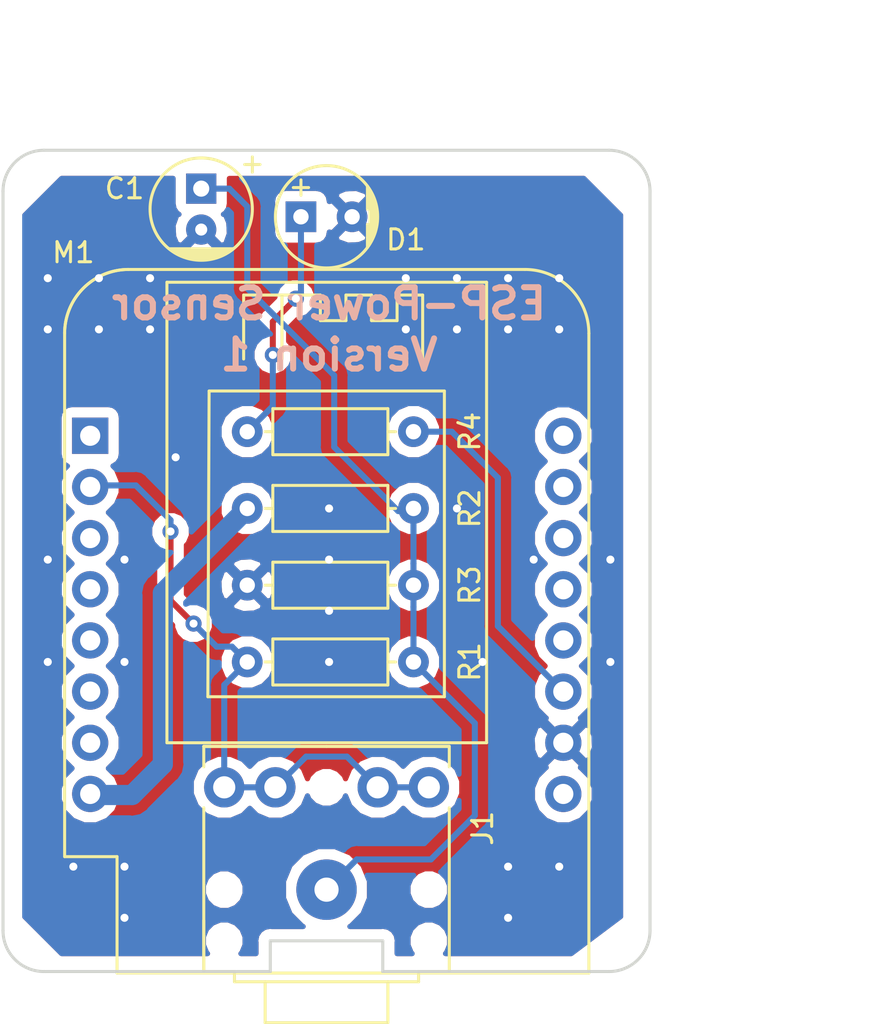
<source format=kicad_pcb>
(kicad_pcb (version 20171130) (host pcbnew 5.0.0-fee4fd1~65~ubuntu17.10.1)

  (general
    (thickness 1.6)
    (drawings 16)
    (tracks 85)
    (zones 0)
    (modules 8)
    (nets 7)
  )

  (page A4)
  (layers
    (0 F.Cu signal)
    (31 B.Cu signal)
    (32 B.Adhes user)
    (33 F.Adhes user)
    (34 B.Paste user)
    (35 F.Paste user)
    (36 B.SilkS user)
    (37 F.SilkS user)
    (38 B.Mask user)
    (39 F.Mask user)
    (40 Dwgs.User user)
    (41 Cmts.User user)
    (42 Eco1.User user)
    (43 Eco2.User user)
    (44 Edge.Cuts user)
    (45 Margin user)
    (46 B.CrtYd user)
    (47 F.CrtYd user)
    (48 B.Fab user)
    (49 F.Fab user)
  )

  (setup
    (last_trace_width 0.3)
    (trace_clearance 0.2)
    (zone_clearance 0.508)
    (zone_45_only no)
    (trace_min 0.2)
    (segment_width 0.2)
    (edge_width 0.15)
    (via_size 0.8)
    (via_drill 0.4)
    (via_min_size 0.4)
    (via_min_drill 0.3)
    (uvia_size 0.3)
    (uvia_drill 0.1)
    (uvias_allowed no)
    (uvia_min_size 0.2)
    (uvia_min_drill 0.1)
    (pcb_text_width 0.3)
    (pcb_text_size 1.5 1.5)
    (mod_edge_width 0.15)
    (mod_text_size 1 1)
    (mod_text_width 0.15)
    (pad_size 1.524 1.524)
    (pad_drill 0.762)
    (pad_to_mask_clearance 0.2)
    (aux_axis_origin 0 0)
    (visible_elements FFFFFF7F)
    (pcbplotparams
      (layerselection 0x010fc_ffffffff)
      (usegerberextensions false)
      (usegerberattributes false)
      (usegerberadvancedattributes false)
      (creategerberjobfile false)
      (excludeedgelayer true)
      (linewidth 0.100000)
      (plotframeref false)
      (viasonmask false)
      (mode 1)
      (useauxorigin false)
      (hpglpennumber 1)
      (hpglpenspeed 20)
      (hpglpendiameter 15.000000)
      (psnegative false)
      (psa4output false)
      (plotreference true)
      (plotvalue true)
      (plotinvisibletext false)
      (padsonsilk false)
      (subtractmaskfromsilk false)
      (outputformat 1)
      (mirror false)
      (drillshape 0)
      (scaleselection 1)
      (outputdirectory "../../Gerber/"))
  )

  (net 0 "")
  (net 1 "Net-(C1-Pad1)")
  (net 2 GND)
  (net 3 "Net-(D1-Pad1)")
  (net 4 "Net-(J1-Pad2)")
  (net 5 "Net-(M1-Pad11)")
  (net 6 +3V3)

  (net_class Default "This is the default net class."
    (clearance 0.2)
    (trace_width 0.3)
    (via_dia 0.8)
    (via_drill 0.4)
    (uvia_dia 0.3)
    (uvia_drill 0.1)
    (add_net "Net-(C1-Pad1)")
    (add_net "Net-(D1-Pad1)")
    (add_net "Net-(J1-Pad2)")
    (add_net "Net-(M1-Pad11)")
  )

  (net_class Power ""
    (clearance 0.2)
    (trace_width 1)
    (via_dia 1.2)
    (via_drill 0.4)
    (uvia_dia 0.3)
    (uvia_drill 0.1)
    (add_net +3V3)
    (add_net GND)
  )

  (module DRM_Parts_General:Cap_5mm_THT (layer F.Cu) (tedit 5BB749FF) (tstamp 5BB8C2E7)
    (at 129.54 73.025)
    (path /5BB72C86)
    (fp_text reference C1 (at -3.81 0) (layer F.SilkS)
      (effects (font (size 1 1) (thickness 0.15)))
    )
    (fp_text value "10uF 10V" (at -0.8255 -5.588) (layer F.Fab) hide
      (effects (font (size 1 1) (thickness 0.15)))
    )
    (fp_circle (center 0 1.016) (end 0 -1.524) (layer F.SilkS) (width 0.15))
    (fp_line (start -1.5875 2.9845) (end 1.5875 2.9845) (layer F.SilkS) (width 0.15))
    (fp_line (start 1.5875 2.9845) (end 1.397 3.1115) (layer F.SilkS) (width 0.15))
    (fp_line (start 1.397 3.1115) (end -1.397 3.1115) (layer F.SilkS) (width 0.15))
    (fp_line (start -1.397 3.1115) (end -1.2065 3.2385) (layer F.SilkS) (width 0.15))
    (fp_line (start -1.2065 3.2385) (end 1.143 3.2385) (layer F.SilkS) (width 0.15))
    (fp_line (start 1.143 3.2385) (end 0.889 3.3655) (layer F.SilkS) (width 0.15))
    (fp_line (start 0.889 3.3655) (end -0.889 3.3655) (layer F.SilkS) (width 0.15))
    (fp_line (start -0.889 3.3655) (end -0.635 3.429) (layer F.SilkS) (width 0.15))
    (fp_line (start -0.635 3.429) (end 0.4445 3.429) (layer F.SilkS) (width 0.15))
    (fp_text user + (at 2.54 -1.27) (layer F.SilkS)
      (effects (font (size 1 1) (thickness 0.15)))
    )
    (pad 1 thru_hole rect (at 0 0) (size 1.5 1.5) (drill 0.8) (layers *.Cu *.Mask)
      (net 1 "Net-(C1-Pad1)"))
    (pad 2 thru_hole circle (at 0 2.032) (size 1.5 1.5) (drill 0.6) (layers *.Cu *.Mask)
      (net 2 GND))
  )

  (module "DRM_LED_Display:LED 5mm" (layer F.Cu) (tedit 5B71696A) (tstamp 5BB8C2F4)
    (at 134.493 74.422)
    (path /5BB7372C)
    (fp_text reference D1 (at 5.207 1.143) (layer F.SilkS)
      (effects (font (size 1 1) (thickness 0.15)))
    )
    (fp_text value LED (at 4.572 -10.541) (layer F.Fab) hide
      (effects (font (size 1 1) (thickness 0.15)))
    )
    (fp_circle (center 1.27 0) (end 1.27 2.54) (layer F.SilkS) (width 0.15))
    (fp_line (start 3.302 -1.524) (end 3.302 -0.381) (layer F.SilkS) (width 0.15))
    (fp_line (start 3.302 0.381) (end 3.302 1.524) (layer F.SilkS) (width 0.15))
    (fp_line (start 3.429 -1.27) (end 3.429 1.27) (layer F.SilkS) (width 0.15))
    (fp_line (start 3.556 -1.016) (end 3.556 1.016) (layer F.SilkS) (width 0.15))
    (fp_line (start 3.683 -0.762) (end 3.683 0.762) (layer F.SilkS) (width 0.15))
    (fp_text user + (at 0 -1.524) (layer F.SilkS)
      (effects (font (size 1 1) (thickness 0.15)))
    )
    (pad 1 thru_hole rect (at 0 0) (size 1.524 1.524) (drill 0.762) (layers *.Cu *.Mask)
      (net 3 "Net-(D1-Pad1)"))
    (pad 2 thru_hole circle (at 2.54 0) (size 1.524 1.524) (drill 0.762) (layers *.Cu *.Mask)
      (net 2 GND))
  )

  (module DRM_Connectors:Jack_3.5_PJ-307 (layer F.Cu) (tedit 5BB73340) (tstamp 5BB8C6A5)
    (at 135.763 102.743 90)
    (path /5BB74853)
    (fp_text reference J1 (at -2.032 7.747 90) (layer F.SilkS)
      (effects (font (size 1 1) (thickness 0.15)))
    )
    (fp_text value "3.5mm Jack Socket - PJ-307" (at -4.572 -9.652 90) (layer F.Fab) hide
      (effects (font (size 1 1) (thickness 0.15)))
    )
    (fp_line (start 2.032 0) (end 2.032 -6.096) (layer F.SilkS) (width 0.15))
    (fp_line (start -6.604 -6.096) (end -9.144 -6.096) (layer F.SilkS) (width 0.15))
    (fp_line (start -9.144 -6.096) (end -9.144 -5.588) (layer F.SilkS) (width 0.15))
    (fp_line (start 2.032 0) (end 2.032 6.096) (layer F.SilkS) (width 0.15))
    (fp_line (start -9.144 6.096) (end -9.144 5.588) (layer F.SilkS) (width 0.15))
    (fp_line (start -9.144 -4.572) (end -9.652 -4.572) (layer F.SilkS) (width 0.15))
    (fp_line (start -9.144 -4.572) (end -9.144 -6.096) (layer F.SilkS) (width 0.15))
    (fp_line (start -9.144 -6.096) (end -1.016 -6.096) (layer F.SilkS) (width 0.15))
    (fp_line (start 1.016 -6.096) (end 2.032 -6.096) (layer F.SilkS) (width 0.15))
    (fp_line (start 2.032 -6.096) (end 2.032 6.096) (layer F.SilkS) (width 0.15))
    (fp_line (start 2.032 6.096) (end 1.016 6.096) (layer F.SilkS) (width 0.15))
    (fp_line (start -9.652 4.572) (end -9.144 4.572) (layer F.SilkS) (width 0.15))
    (fp_line (start -9.144 4.572) (end -9.144 6.096) (layer F.SilkS) (width 0.15))
    (fp_line (start -9.144 6.096) (end -1.016 6.096) (layer F.SilkS) (width 0.15))
    (fp_line (start -9.652 -4.572) (end -9.652 -3.048) (layer F.SilkS) (width 0.15))
    (fp_line (start -9.652 4.572) (end -9.652 3.048) (layer F.SilkS) (width 0.15))
    (fp_line (start -9.652 -3.048) (end -11.684 -3.048) (layer F.SilkS) (width 0.15))
    (fp_line (start -11.684 -3.048) (end -11.684 3.048) (layer F.SilkS) (width 0.15))
    (fp_line (start -11.684 3.048) (end -9.652 3.048) (layer F.SilkS) (width 0.15))
    (fp_line (start -9.652 3.048) (end -9.652 -3.048) (layer F.SilkS) (width 0.15))
    (pad "" np_thru_hole circle (at 0 0 90) (size 0.8 0.8) (drill 0.8) (layers *.Cu *.Mask))
    (pad "" np_thru_hole circle (at -5.08 -5.08 90) (size 0.8 0.8) (drill 0.8) (layers *.Cu *.Mask))
    (pad "" np_thru_hole circle (at -7.62 -5.08 90) (size 0.8 0.8) (drill 0.8) (layers *.Cu *.Mask))
    (pad "" np_thru_hole circle (at -5.08 5.08 90) (size 0.8 0.8) (drill 0.8) (layers *.Cu *.Mask))
    (pad "" np_thru_hole circle (at -7.62 5.08 90) (size 0.8 0.8) (drill 0.8) (layers *.Cu *.Mask))
    (pad 3 thru_hole circle (at 0 -2.54 90) (size 2 2) (drill 1.1) (layers *.Cu *.Mask)
      (net 4 "Net-(J1-Pad2)"))
    (pad 2 thru_hole circle (at 0 -5.08 90) (size 2 2) (drill 1.1) (layers *.Cu *.Mask)
      (net 4 "Net-(J1-Pad2)"))
    (pad 4 thru_hole circle (at 0 2.54 90) (size 2 2) (drill 1.1) (layers *.Cu *.Mask)
      (net 4 "Net-(J1-Pad2)"))
    (pad 5 thru_hole circle (at 0 5.08 90) (size 2 2) (drill 1.1) (layers *.Cu *.Mask)
      (net 4 "Net-(J1-Pad2)"))
    (pad 1 thru_hole circle (at -5.08 0 90) (size 3 3) (drill 1.2) (layers *.Cu *.Mask)
      (net 1 "Net-(C1-Pad1)"))
  )

  (module "DRM_ESP8266:Wemos D1 Mini" (layer F.Cu) (tedit 5B19470B) (tstamp 5BB8CCC2)
    (at 124.027001 85.292001)
    (path /5BB72746)
    (fp_text reference M1 (at -0.837001 -9.092001) (layer F.SilkS)
      (effects (font (size 1 1) (thickness 0.15)))
    )
    (fp_text value Wemos_D1_Mini (at 13.335 -10.16) (layer F.Fab) hide
      (effects (font (size 1 1) (thickness 0.15)))
    )
    (fp_line (start 24.765 26.67) (end 1.3335 26.67) (layer F.SilkS) (width 0.15))
    (fp_line (start -1.27 20.8915) (end -1.27 -5.08) (layer F.SilkS) (width 0.15))
    (fp_line (start 24.765 26.67) (end 24.765 -5.08) (layer F.SilkS) (width 0.15))
    (fp_line (start 1.905 -8.255) (end 21.59 -8.255) (layer F.SilkS) (width 0.15))
    (fp_arc (start 1.905 -5.08) (end 1.905 -8.255) (angle -90) (layer F.SilkS) (width 0.15))
    (fp_arc (start 1.905 -5.08) (end 1.905 -8.255) (angle -90) (layer F.SilkS) (width 0.15))
    (fp_arc (start 21.59 -5.08) (end 24.765 -5.08) (angle -90) (layer F.SilkS) (width 0.15))
    (fp_line (start -1.27 20.8915) (end 1.3335 20.8915) (layer F.SilkS) (width 0.15))
    (fp_line (start 1.3335 20.8915) (end 1.3335 26.67) (layer F.SilkS) (width 0.15))
    (fp_line (start 5.9055 -2.2225) (end 17.5895 -2.2225) (layer F.SilkS) (width 0.15))
    (fp_line (start 17.5895 -2.2225) (end 17.5895 12.954) (layer F.SilkS) (width 0.15))
    (fp_line (start 17.5895 12.954) (end 5.842 12.954) (layer F.SilkS) (width 0.15))
    (fp_line (start 5.842 12.954) (end 5.9055 -2.2225) (layer F.SilkS) (width 0.15))
    (fp_line (start 3.81 -7.62) (end 3.81 15.24) (layer F.SilkS) (width 0.15))
    (fp_line (start 3.81 15.24) (end 19.685 15.24) (layer F.SilkS) (width 0.15))
    (fp_line (start 19.685 15.24) (end 19.685 -7.62) (layer F.SilkS) (width 0.15))
    (fp_line (start 19.685 -7.62) (end 3.81 -7.62) (layer F.SilkS) (width 0.15))
    (fp_line (start 7.62 -3.81) (end 7.62 -6.985) (layer F.SilkS) (width 0.15))
    (fp_line (start 7.62 -6.985) (end 11.43 -6.985) (layer F.SilkS) (width 0.15))
    (fp_line (start 11.43 -6.985) (end 11.43 -5.715) (layer F.SilkS) (width 0.15))
    (fp_line (start 11.43 -5.715) (end 12.7 -5.715) (layer F.SilkS) (width 0.15))
    (fp_line (start 12.7 -5.715) (end 12.7 -6.985) (layer F.SilkS) (width 0.15))
    (fp_line (start 12.7 -6.985) (end 13.97 -6.985) (layer F.SilkS) (width 0.15))
    (fp_line (start 13.97 -6.985) (end 13.97 -5.715) (layer F.SilkS) (width 0.15))
    (fp_line (start 13.97 -5.715) (end 15.24 -5.715) (layer F.SilkS) (width 0.15))
    (fp_line (start 15.24 -5.715) (end 15.24 -6.985) (layer F.SilkS) (width 0.15))
    (fp_line (start 15.24 -6.985) (end 16.51 -6.985) (layer F.SilkS) (width 0.15))
    (fp_line (start 16.51 -6.985) (end 16.51 -3.81) (layer F.SilkS) (width 0.15))
    (fp_line (start 9.525 -6.985) (end 9.525 -3.81) (layer F.SilkS) (width 0.15))
    (pad 1 thru_hole rect (at 0 0) (size 1.8 1.8) (drill 1) (layers *.Cu *.Mask))
    (pad 2 thru_hole circle (at 0 2.54) (size 1.8 1.8) (drill 1) (layers *.Cu *.Mask)
      (net 4 "Net-(J1-Pad2)"))
    (pad 3 thru_hole circle (at 0 5.08) (size 1.8 1.8) (drill 1) (layers *.Cu *.Mask))
    (pad 4 thru_hole circle (at 0 7.62) (size 1.8 1.8) (drill 1) (layers *.Cu *.Mask))
    (pad 5 thru_hole circle (at 0 10.16) (size 1.8 1.8) (drill 1) (layers *.Cu *.Mask))
    (pad 6 thru_hole circle (at 0 12.7) (size 1.8 1.8) (drill 1) (layers *.Cu *.Mask))
    (pad 7 thru_hole circle (at 0 15.24) (size 1.8 1.8) (drill 1) (layers *.Cu *.Mask))
    (pad 9 thru_hole circle (at 23.495 17.78) (size 1.8 1.8) (drill 1) (layers *.Cu *.Mask))
    (pad 10 thru_hole circle (at 23.495 15.24) (size 1.8 1.8) (drill 1) (layers *.Cu *.Mask)
      (net 2 GND))
    (pad 11 thru_hole circle (at 23.495 12.7) (size 1.8 1.8) (drill 1) (layers *.Cu *.Mask)
      (net 5 "Net-(M1-Pad11)"))
    (pad 12 thru_hole circle (at 23.495 10.16) (size 1.8 1.8) (drill 1) (layers *.Cu *.Mask))
    (pad 13 thru_hole circle (at 23.495 7.62) (size 1.8 1.8) (drill 1) (layers *.Cu *.Mask))
    (pad 14 thru_hole circle (at 23.495 5.08) (size 1.8 1.8) (drill 1) (layers *.Cu *.Mask))
    (pad 8 thru_hole circle (at 0 17.78) (size 1.8 1.8) (drill 1) (layers *.Cu *.Mask)
      (net 6 +3V3))
    (pad 15 thru_hole circle (at 23.495 2.54) (size 1.8 1.8) (drill 1) (layers *.Cu *.Mask))
    (pad 16 thru_hole circle (at 23.495 0) (size 1.8 1.8) (drill 1) (layers *.Cu *.Mask))
  )

  (module DRM_Parts_General:Resistor_THT (layer F.Cu) (tedit 5BB73532) (tstamp 5BB8C353)
    (at 131.826 96.52 90)
    (path /5BB7258A)
    (fp_text reference R1 (at 0 11.049 90) (layer F.SilkS)
      (effects (font (size 1 1) (thickness 0.15)))
    )
    (fp_text value 22R (at -2.54 -5.588 90) (layer F.Fab) hide
      (effects (font (size 1 1) (thickness 0.15)))
    )
    (fp_line (start 1.143 1.27) (end 1.143 6.985) (layer F.SilkS) (width 0.15))
    (fp_line (start 1.143 6.985) (end -1.143 6.985) (layer F.SilkS) (width 0.15))
    (fp_line (start -1.143 6.985) (end -1.143 1.27) (layer F.SilkS) (width 0.15))
    (fp_line (start -1.143 1.27) (end 1.143 1.27) (layer F.SilkS) (width 0.15))
    (fp_line (start 0 1.27) (end 0 0.889) (layer F.SilkS) (width 0.15))
    (fp_line (start 0 7.366) (end 0 6.985) (layer F.SilkS) (width 0.15))
    (pad 1 thru_hole circle (at 0 0 90) (size 1.524 1.524) (drill 0.762) (layers *.Cu *.Mask)
      (net 4 "Net-(J1-Pad2)"))
    (pad 2 thru_hole circle (at 0 8.255 90) (size 1.524 1.524) (drill 0.762) (layers *.Cu *.Mask)
      (net 1 "Net-(C1-Pad1)"))
  )

  (module DRM_Parts_General:Resistor_THT (layer F.Cu) (tedit 5BB73532) (tstamp 5BB8C35F)
    (at 131.826 88.9 90)
    (path /5BB72928)
    (fp_text reference R2 (at 0 11.049 90) (layer F.SilkS)
      (effects (font (size 1 1) (thickness 0.15)))
    )
    (fp_text value 10K (at -2.54 -5.588 90) (layer F.Fab) hide
      (effects (font (size 1 1) (thickness 0.15)))
    )
    (fp_line (start 1.143 1.27) (end 1.143 6.985) (layer F.SilkS) (width 0.15))
    (fp_line (start 1.143 6.985) (end -1.143 6.985) (layer F.SilkS) (width 0.15))
    (fp_line (start -1.143 6.985) (end -1.143 1.27) (layer F.SilkS) (width 0.15))
    (fp_line (start -1.143 1.27) (end 1.143 1.27) (layer F.SilkS) (width 0.15))
    (fp_line (start 0 1.27) (end 0 0.889) (layer F.SilkS) (width 0.15))
    (fp_line (start 0 7.366) (end 0 6.985) (layer F.SilkS) (width 0.15))
    (pad 1 thru_hole circle (at 0 0 90) (size 1.524 1.524) (drill 0.762) (layers *.Cu *.Mask)
      (net 6 +3V3))
    (pad 2 thru_hole circle (at 0 8.255 90) (size 1.524 1.524) (drill 0.762) (layers *.Cu *.Mask)
      (net 1 "Net-(C1-Pad1)"))
  )

  (module DRM_Parts_General:Resistor_THT (layer F.Cu) (tedit 5BB73532) (tstamp 5BB8C36B)
    (at 140.081 92.71 270)
    (path /5BB72888)
    (fp_text reference R3 (at 0 -2.794 270) (layer F.SilkS)
      (effects (font (size 1 1) (thickness 0.15)))
    )
    (fp_text value 10K (at -2.54 -5.588 270) (layer F.Fab) hide
      (effects (font (size 1 1) (thickness 0.15)))
    )
    (fp_line (start 0 7.366) (end 0 6.985) (layer F.SilkS) (width 0.15))
    (fp_line (start 0 1.27) (end 0 0.889) (layer F.SilkS) (width 0.15))
    (fp_line (start -1.143 1.27) (end 1.143 1.27) (layer F.SilkS) (width 0.15))
    (fp_line (start -1.143 6.985) (end -1.143 1.27) (layer F.SilkS) (width 0.15))
    (fp_line (start 1.143 6.985) (end -1.143 6.985) (layer F.SilkS) (width 0.15))
    (fp_line (start 1.143 1.27) (end 1.143 6.985) (layer F.SilkS) (width 0.15))
    (pad 2 thru_hole circle (at 0 8.255 270) (size 1.524 1.524) (drill 0.762) (layers *.Cu *.Mask)
      (net 2 GND))
    (pad 1 thru_hole circle (at 0 0 270) (size 1.524 1.524) (drill 0.762) (layers *.Cu *.Mask)
      (net 1 "Net-(C1-Pad1)"))
  )

  (module DRM_Parts_General:Resistor_THT (layer F.Cu) (tedit 5BB73532) (tstamp 5BB908C4)
    (at 140.081 85.09 270)
    (path /5BB734A4)
    (fp_text reference R4 (at 0 -2.794 270) (layer F.SilkS)
      (effects (font (size 1 1) (thickness 0.15)))
    )
    (fp_text value 1K (at -2.54 -5.588 270) (layer F.Fab) hide
      (effects (font (size 1 1) (thickness 0.15)))
    )
    (fp_line (start 0 7.366) (end 0 6.985) (layer F.SilkS) (width 0.15))
    (fp_line (start 0 1.27) (end 0 0.889) (layer F.SilkS) (width 0.15))
    (fp_line (start -1.143 1.27) (end 1.143 1.27) (layer F.SilkS) (width 0.15))
    (fp_line (start -1.143 6.985) (end -1.143 1.27) (layer F.SilkS) (width 0.15))
    (fp_line (start 1.143 6.985) (end -1.143 6.985) (layer F.SilkS) (width 0.15))
    (fp_line (start 1.143 1.27) (end 1.143 6.985) (layer F.SilkS) (width 0.15))
    (pad 2 thru_hole circle (at 0 8.255 270) (size 1.524 1.524) (drill 0.762) (layers *.Cu *.Mask)
      (net 3 "Net-(D1-Pad1)"))
    (pad 1 thru_hole circle (at 0 0 270) (size 1.524 1.524) (drill 0.762) (layers *.Cu *.Mask)
      (net 5 "Net-(M1-Pad11)"))
  )

  (gr_line (start 138.557 110.363) (end 138.557 111.887) (layer Edge.Cuts) (width 0.15))
  (gr_line (start 132.969 110.363) (end 138.557 110.363) (layer Edge.Cuts) (width 0.15))
  (gr_line (start 132.969 111.887) (end 132.969 110.363) (layer Edge.Cuts) (width 0.15))
  (gr_line (start 132.969 111.887) (end 121.7295 111.887) (layer Edge.Cuts) (width 0.15))
  (dimension 32.131 (width 0.3) (layer Dwgs.User)
    (gr_text 32.1mm (at 135.763 64.7655) (layer Dwgs.User)
      (effects (font (size 1.5 1.5) (thickness 0.3)))
    )
    (feature1 (pts (xy 151.8285 73.152) (xy 151.8285 66.279079)))
    (feature2 (pts (xy 119.6975 73.152) (xy 119.6975 66.279079)))
    (crossbar (pts (xy 119.6975 66.8655) (xy 151.8285 66.8655)))
    (arrow1a (pts (xy 151.8285 66.8655) (xy 150.701996 67.451921)))
    (arrow1b (pts (xy 151.8285 66.8655) (xy 150.701996 66.279079)))
    (arrow2a (pts (xy 119.6975 66.8655) (xy 120.824004 67.451921)))
    (arrow2b (pts (xy 119.6975 66.8655) (xy 120.824004 66.279079)))
  )
  (dimension 40.767 (width 0.3) (layer Dwgs.User)
    (gr_text "40.7 mm" (at 161.9295 91.5035 270) (layer Dwgs.User)
      (effects (font (size 1.5 1.5) (thickness 0.3)))
    )
    (feature1 (pts (xy 149.86 111.887) (xy 160.415921 111.887)))
    (feature2 (pts (xy 149.86 71.12) (xy 160.415921 71.12)))
    (crossbar (pts (xy 159.8295 71.12) (xy 159.8295 111.887)))
    (arrow1a (pts (xy 159.8295 111.887) (xy 159.243079 110.760496)))
    (arrow1b (pts (xy 159.8295 111.887) (xy 160.415921 110.760496)))
    (arrow2a (pts (xy 159.8295 71.12) (xy 159.243079 72.246504)))
    (arrow2b (pts (xy 159.8295 71.12) (xy 160.415921 72.246504)))
  )
  (gr_text "Version 1" (at 135.89 81.28) (layer B.SilkS)
    (effects (font (size 1.5 1.5) (thickness 0.3)) (justify mirror))
  )
  (gr_text "ESP-Power Sensor" (at 135.89 78.74) (layer B.SilkS)
    (effects (font (size 1.5 1.5) (thickness 0.3)) (justify mirror))
  )
  (gr_line (start 149.7965 111.887) (end 138.557 111.887) (layer Edge.Cuts) (width 0.15))
  (gr_line (start 151.8285 73.152) (end 151.8285 109.855) (layer Edge.Cuts) (width 0.15))
  (gr_line (start 121.7295 71.12) (end 149.7965 71.12) (layer Edge.Cuts) (width 0.15))
  (gr_line (start 119.6975 109.855) (end 119.6975 73.152) (layer Edge.Cuts) (width 0.15))
  (gr_arc (start 121.7295 109.855) (end 119.6975 109.855) (angle -90) (layer Edge.Cuts) (width 0.15) (tstamp 5BB8D5BE))
  (gr_arc (start 121.7295 73.152) (end 121.7295 71.12) (angle -90) (layer Edge.Cuts) (width 0.15) (tstamp 5BB8D5BE))
  (gr_arc (start 149.7965 73.152) (end 151.8285 73.152) (angle -90) (layer Edge.Cuts) (width 0.15) (tstamp 5BB8D5BE))
  (gr_arc (start 149.7965 109.855) (end 149.7965 111.887) (angle -90) (layer Edge.Cuts) (width 0.15))

  (segment (start 137.262999 106.323001) (end 140.945999 106.323001) (width 0.3) (layer B.Cu) (net 1))
  (segment (start 135.763 107.823) (end 137.262999 106.323001) (width 0.3) (layer B.Cu) (net 1))
  (segment (start 140.945999 106.323001) (end 143.129 104.14) (width 0.3) (layer B.Cu) (net 1))
  (segment (start 143.129 104.14) (end 143.129 99.568) (width 0.3) (layer B.Cu) (net 1))
  (segment (start 143.129 99.568) (end 140.081 96.52) (width 0.3) (layer B.Cu) (net 1))
  (segment (start 140.081 92.71) (end 140.081 93.78763) (width 0.3) (layer B.Cu) (net 1))
  (segment (start 140.081 93.78763) (end 140.081 96.52) (width 0.3) (layer B.Cu) (net 1))
  (segment (start 140.081 92.71) (end 140.081 91.63237) (width 0.3) (layer B.Cu) (net 1))
  (segment (start 140.081 91.63237) (end 140.081 89.027) (width 0.3) (layer B.Cu) (net 1))
  (segment (start 140.081 89.027) (end 139.319 89.027) (width 0.3) (layer B.Cu) (net 1))
  (segment (start 139.319 89.027) (end 136.144 85.852) (width 0.3) (layer B.Cu) (net 1))
  (segment (start 136.144 85.852) (end 136.144 82.296) (width 0.3) (layer B.Cu) (net 1))
  (segment (start 136.144 82.296) (end 131.826 77.978) (width 0.3) (layer B.Cu) (net 1))
  (segment (start 131.826 77.978) (end 131.826 73.914) (width 0.3) (layer B.Cu) (net 1))
  (segment (start 131.826 73.914) (end 130.937 73.025) (width 0.3) (layer B.Cu) (net 1))
  (segment (start 130.937 73.025) (end 129.54 73.025) (width 0.3) (layer B.Cu) (net 1))
  (via (at 139.7 77.47) (size 0.8) (drill 0.4) (layers F.Cu B.Cu) (net 2))
  (via (at 142.24 77.47) (size 0.8) (drill 0.4) (layers F.Cu B.Cu) (net 2))
  (via (at 144.78 77.47) (size 0.8) (drill 0.4) (layers F.Cu B.Cu) (net 2))
  (via (at 144.78 80.01) (size 0.8) (drill 0.4) (layers F.Cu B.Cu) (net 2))
  (via (at 142.24 80.01) (size 0.8) (drill 0.4) (layers F.Cu B.Cu) (net 2))
  (via (at 139.7 80.01) (size 0.8) (drill 0.4) (layers F.Cu B.Cu) (net 2))
  (via (at 127 77.47) (size 0.8) (drill 0.4) (layers F.Cu B.Cu) (net 2))
  (via (at 124.46 77.47) (size 0.8) (drill 0.4) (layers F.Cu B.Cu) (net 2))
  (via (at 121.92 77.47) (size 0.8) (drill 0.4) (layers F.Cu B.Cu) (net 2))
  (via (at 121.92 80.01) (size 0.8) (drill 0.4) (layers F.Cu B.Cu) (net 2))
  (via (at 124.46 80.01) (size 0.8) (drill 0.4) (layers F.Cu B.Cu) (net 2))
  (via (at 127 80.01) (size 0.8) (drill 0.4) (layers F.Cu B.Cu) (net 2))
  (via (at 135.89 88.9) (size 0.8) (drill 0.4) (layers F.Cu B.Cu) (net 2))
  (via (at 135.89 91.44) (size 0.8) (drill 0.4) (layers F.Cu B.Cu) (net 2))
  (via (at 135.89 93.98) (size 0.8) (drill 0.4) (layers F.Cu B.Cu) (net 2))
  (via (at 125.73 106.68) (size 0.8) (drill 0.4) (layers F.Cu B.Cu) (net 2))
  (via (at 125.73 109.22) (size 0.8) (drill 0.4) (layers F.Cu B.Cu) (net 2))
  (via (at 123.19 106.68) (size 0.8) (drill 0.4) (layers F.Cu B.Cu) (net 2))
  (via (at 144.78 106.68) (size 0.8) (drill 0.4) (layers F.Cu B.Cu) (net 2))
  (via (at 147.32 106.68) (size 0.8) (drill 0.4) (layers F.Cu B.Cu) (net 2))
  (via (at 144.78 109.22) (size 0.8) (drill 0.4) (layers F.Cu B.Cu) (net 2))
  (via (at 143.51 96.52) (size 0.8) (drill 0.4) (layers F.Cu B.Cu) (net 2))
  (via (at 142.24 88.9) (size 0.8) (drill 0.4) (layers F.Cu B.Cu) (net 2))
  (via (at 135.89 96.52) (size 0.8) (drill 0.4) (layers F.Cu B.Cu) (net 2))
  (via (at 128.27 86.36) (size 0.8) (drill 0.4) (layers F.Cu B.Cu) (net 2))
  (via (at 125.73 91.44) (size 0.8) (drill 0.4) (layers F.Cu B.Cu) (net 2))
  (via (at 125.73 96.52) (size 0.8) (drill 0.4) (layers F.Cu B.Cu) (net 2))
  (via (at 121.92 91.44) (size 0.8) (drill 0.4) (layers F.Cu B.Cu) (net 2))
  (via (at 121.92 96.52) (size 0.8) (drill 0.4) (layers F.Cu B.Cu) (net 2))
  (via (at 149.86 91.44) (size 0.8) (drill 0.4) (layers F.Cu B.Cu) (net 2))
  (via (at 149.86 96.52) (size 0.8) (drill 0.4) (layers F.Cu B.Cu) (net 2))
  (via (at 146.05 91.44) (size 0.8) (drill 0.4) (layers F.Cu B.Cu) (net 2))
  (via (at 147.32 77.47) (size 0.8) (drill 0.4) (layers F.Cu B.Cu) (net 2))
  (via (at 147.32 80.01) (size 0.8) (drill 0.4) (layers F.Cu B.Cu) (net 2))
  (via (at 134.239 78.486) (size 0.8) (drill 0.4) (layers F.Cu B.Cu) (net 3))
  (segment (start 134.493 74.422) (end 134.493 78.232) (width 0.3) (layer B.Cu) (net 3))
  (segment (start 134.493 78.232) (end 134.239 78.486) (width 0.3) (layer B.Cu) (net 3))
  (via (at 133.096 81.28) (size 0.8) (drill 0.4) (layers F.Cu B.Cu) (net 3))
  (segment (start 134.239 78.486) (end 133.096 79.629) (width 0.3) (layer F.Cu) (net 3))
  (segment (start 133.096 79.629) (end 133.096 81.28) (width 0.3) (layer F.Cu) (net 3))
  (segment (start 133.096 81.28) (end 133.096 83.82) (width 0.3) (layer B.Cu) (net 3))
  (segment (start 133.096 83.82) (end 131.826 85.09) (width 0.3) (layer B.Cu) (net 3))
  (segment (start 140.843 102.743) (end 138.303 102.743) (width 0.3) (layer B.Cu) (net 4))
  (segment (start 138.303 102.743) (end 137.303001 101.743001) (width 0.3) (layer B.Cu) (net 4))
  (segment (start 137.303001 101.743001) (end 136.779 101.219) (width 0.3) (layer B.Cu) (net 4))
  (segment (start 136.779 101.219) (end 134.747 101.219) (width 0.3) (layer B.Cu) (net 4))
  (segment (start 134.747 101.219) (end 133.223 102.743) (width 0.3) (layer B.Cu) (net 4))
  (segment (start 133.223 102.743) (end 130.683 102.743) (width 0.3) (layer B.Cu) (net 4))
  (segment (start 130.683 97.663) (end 131.064001 97.281999) (width 0.3) (layer B.Cu) (net 4))
  (segment (start 130.683 102.743) (end 130.683 97.663) (width 0.3) (layer B.Cu) (net 4))
  (segment (start 131.064001 97.281999) (end 131.826 96.52) (width 0.3) (layer B.Cu) (net 4))
  (segment (start 131.064001 95.758001) (end 130.302001 95.758001) (width 0.3) (layer B.Cu) (net 4))
  (segment (start 131.826 96.52) (end 131.064001 95.758001) (width 0.3) (layer B.Cu) (net 4))
  (via (at 129.159 94.615) (size 0.8) (drill 0.4) (layers F.Cu B.Cu) (net 4))
  (segment (start 130.302001 95.758001) (end 129.159 94.615) (width 0.3) (layer B.Cu) (net 4))
  (via (at 128.016 90.043) (size 0.8) (drill 0.4) (layers F.Cu B.Cu) (net 4))
  (segment (start 129.159 94.615) (end 128.016 93.472) (width 0.3) (layer F.Cu) (net 4))
  (segment (start 128.016 93.472) (end 128.016 90.043) (width 0.3) (layer F.Cu) (net 4))
  (segment (start 128.016 89.477315) (end 126.295685 87.757) (width 0.3) (layer B.Cu) (net 4))
  (segment (start 128.016 90.043) (end 128.016 89.477315) (width 0.3) (layer B.Cu) (net 4))
  (segment (start 126.295685 87.757) (end 123.952 87.757) (width 0.3) (layer B.Cu) (net 4))
  (segment (start 147.522001 97.992001) (end 144.272 94.742) (width 0.3) (layer B.Cu) (net 5))
  (segment (start 144.272 94.742) (end 144.272 87.376) (width 0.3) (layer B.Cu) (net 5))
  (segment (start 144.272 87.376) (end 141.986 85.09) (width 0.3) (layer B.Cu) (net 5) (tstamp 5BB90761))
  (segment (start 141.986 85.09) (end 140.081 85.09) (width 0.3) (layer B.Cu) (net 5))
  (segment (start 131.826 88.9) (end 127.635 93.091) (width 1) (layer B.Cu) (net 6))
  (segment (start 127.635 93.091) (end 127.635 101.6) (width 1) (layer B.Cu) (net 6))
  (segment (start 127.635 101.6) (end 126.111 103.124) (width 1) (layer B.Cu) (net 6))
  (segment (start 126.111 103.124) (end 123.952 103.124) (width 1) (layer B.Cu) (net 6))

  (zone (net 2) (net_name GND) (layer F.Cu) (tstamp 5BB912E4) (hatch edge 0.508)
    (connect_pads (clearance 0.508))
    (min_thickness 0.254)
    (fill yes (arc_segments 16) (thermal_gap 0.508) (thermal_bridge_width 0.508))
    (polygon
      (pts
        (xy 148.59 72.39) (xy 150.495 74.295) (xy 150.495 109.22) (xy 147.955 111.125) (xy 122.555 111.125)
        (xy 120.65 109.22) (xy 120.65 74.295) (xy 122.555 72.39)
      )
    )
    (filled_polygon
      (pts
        (xy 128.14256 73.775) (xy 128.191843 74.022765) (xy 128.332191 74.232809) (xy 128.436315 74.302383) (xy 128.32754 74.333077)
        (xy 128.142799 74.852171) (xy 128.17077 75.402448) (xy 128.32754 75.780923) (xy 128.568483 75.848912) (xy 129.360395 75.057)
        (xy 129.346253 75.042858) (xy 129.525858 74.863253) (xy 129.54 74.877395) (xy 129.554143 74.863253) (xy 129.733748 75.042858)
        (xy 129.719605 75.057) (xy 130.511517 75.848912) (xy 130.75246 75.780923) (xy 130.937201 75.261829) (xy 130.90923 74.711552)
        (xy 130.75246 74.333077) (xy 130.643685 74.302383) (xy 130.747809 74.232809) (xy 130.888157 74.022765) (xy 130.93744 73.775)
        (xy 130.93744 73.66) (xy 133.08356 73.66) (xy 133.08356 75.184) (xy 133.132843 75.431765) (xy 133.273191 75.641809)
        (xy 133.483235 75.782157) (xy 133.731 75.83144) (xy 135.255 75.83144) (xy 135.502765 75.782157) (xy 135.712809 75.641809)
        (xy 135.853157 75.431765) (xy 135.859035 75.402213) (xy 136.232392 75.402213) (xy 136.301857 75.644397) (xy 136.825302 75.831144)
        (xy 137.380368 75.803362) (xy 137.764143 75.644397) (xy 137.833608 75.402213) (xy 137.033 74.601605) (xy 136.232392 75.402213)
        (xy 135.859035 75.402213) (xy 135.90244 75.184) (xy 135.90244 75.179484) (xy 136.052787 75.222608) (xy 136.853395 74.422)
        (xy 137.212605 74.422) (xy 138.013213 75.222608) (xy 138.255397 75.153143) (xy 138.442144 74.629698) (xy 138.414362 74.074632)
        (xy 138.255397 73.690857) (xy 138.013213 73.621392) (xy 137.212605 74.422) (xy 136.853395 74.422) (xy 136.052787 73.621392)
        (xy 135.90244 73.664516) (xy 135.90244 73.66) (xy 135.859036 73.441787) (xy 136.232392 73.441787) (xy 137.033 74.242395)
        (xy 137.833608 73.441787) (xy 137.764143 73.199603) (xy 137.240698 73.012856) (xy 136.685632 73.040638) (xy 136.301857 73.199603)
        (xy 136.232392 73.441787) (xy 135.859036 73.441787) (xy 135.853157 73.412235) (xy 135.712809 73.202191) (xy 135.502765 73.061843)
        (xy 135.255 73.01256) (xy 133.731 73.01256) (xy 133.483235 73.061843) (xy 133.273191 73.202191) (xy 133.132843 73.412235)
        (xy 133.08356 73.66) (xy 130.93744 73.66) (xy 130.93744 72.517) (xy 148.537394 72.517) (xy 150.368 74.347606)
        (xy 150.368 109.1565) (xy 147.912667 110.998) (xy 141.671711 110.998) (xy 141.720431 110.94928) (xy 141.878 110.568874)
        (xy 141.878 110.157126) (xy 141.720431 109.77672) (xy 141.42928 109.485569) (xy 141.048874 109.328) (xy 140.637126 109.328)
        (xy 140.25672 109.485569) (xy 139.965569 109.77672) (xy 139.808 110.157126) (xy 139.808 110.568874) (xy 139.965569 110.94928)
        (xy 140.014289 110.998) (xy 139.267 110.998) (xy 139.267 110.432926) (xy 139.280909 110.363) (xy 139.234851 110.131447)
        (xy 139.225805 110.085972) (xy 139.209118 110.060998) (xy 139.068881 109.851119) (xy 138.834028 109.694195) (xy 138.626926 109.653)
        (xy 138.626925 109.653) (xy 138.557 109.639091) (xy 138.487074 109.653) (xy 136.924014 109.653) (xy 136.97238 109.632966)
        (xy 137.572966 109.03238) (xy 137.898 108.247678) (xy 137.898 107.617126) (xy 139.808 107.617126) (xy 139.808 108.028874)
        (xy 139.965569 108.40928) (xy 140.25672 108.700431) (xy 140.637126 108.858) (xy 141.048874 108.858) (xy 141.42928 108.700431)
        (xy 141.720431 108.40928) (xy 141.878 108.028874) (xy 141.878 107.617126) (xy 141.720431 107.23672) (xy 141.42928 106.945569)
        (xy 141.048874 106.788) (xy 140.637126 106.788) (xy 140.25672 106.945569) (xy 139.965569 107.23672) (xy 139.808 107.617126)
        (xy 137.898 107.617126) (xy 137.898 107.398322) (xy 137.572966 106.61362) (xy 136.97238 106.013034) (xy 136.187678 105.688)
        (xy 135.338322 105.688) (xy 134.55362 106.013034) (xy 133.953034 106.61362) (xy 133.628 107.398322) (xy 133.628 108.247678)
        (xy 133.953034 109.03238) (xy 134.55362 109.632966) (xy 134.601986 109.653) (xy 133.038926 109.653) (xy 132.969 109.639091)
        (xy 132.899075 109.653) (xy 132.899074 109.653) (xy 132.691972 109.694195) (xy 132.457119 109.851119) (xy 132.300195 110.085972)
        (xy 132.245091 110.363) (xy 132.259001 110.43293) (xy 132.259 110.998) (xy 131.511711 110.998) (xy 131.560431 110.94928)
        (xy 131.718 110.568874) (xy 131.718 110.157126) (xy 131.560431 109.77672) (xy 131.26928 109.485569) (xy 130.888874 109.328)
        (xy 130.477126 109.328) (xy 130.09672 109.485569) (xy 129.805569 109.77672) (xy 129.648 110.157126) (xy 129.648 110.568874)
        (xy 129.805569 110.94928) (xy 129.854289 110.998) (xy 122.607606 110.998) (xy 120.777 109.167394) (xy 120.777 107.617126)
        (xy 129.648 107.617126) (xy 129.648 108.028874) (xy 129.805569 108.40928) (xy 130.09672 108.700431) (xy 130.477126 108.858)
        (xy 130.888874 108.858) (xy 131.26928 108.700431) (xy 131.560431 108.40928) (xy 131.718 108.028874) (xy 131.718 107.617126)
        (xy 131.560431 107.23672) (xy 131.26928 106.945569) (xy 130.888874 106.788) (xy 130.477126 106.788) (xy 130.09672 106.945569)
        (xy 129.805569 107.23672) (xy 129.648 107.617126) (xy 120.777 107.617126) (xy 120.777 84.392001) (xy 122.479561 84.392001)
        (xy 122.479561 86.192001) (xy 122.528844 86.439766) (xy 122.669192 86.64981) (xy 122.879236 86.790158) (xy 122.894909 86.793276)
        (xy 122.725691 86.962494) (xy 122.492001 87.526671) (xy 122.492001 88.137331) (xy 122.725691 88.701508) (xy 123.126184 89.102001)
        (xy 122.725691 89.502494) (xy 122.492001 90.066671) (xy 122.492001 90.677331) (xy 122.725691 91.241508) (xy 123.126184 91.642001)
        (xy 122.725691 92.042494) (xy 122.492001 92.606671) (xy 122.492001 93.217331) (xy 122.725691 93.781508) (xy 123.126184 94.182001)
        (xy 122.725691 94.582494) (xy 122.492001 95.146671) (xy 122.492001 95.757331) (xy 122.725691 96.321508) (xy 123.126184 96.722001)
        (xy 122.725691 97.122494) (xy 122.492001 97.686671) (xy 122.492001 98.297331) (xy 122.725691 98.861508) (xy 123.126184 99.262001)
        (xy 122.725691 99.662494) (xy 122.492001 100.226671) (xy 122.492001 100.837331) (xy 122.725691 101.401508) (xy 123.126184 101.802001)
        (xy 122.725691 102.202494) (xy 122.492001 102.766671) (xy 122.492001 103.377331) (xy 122.725691 103.941508) (xy 123.157494 104.373311)
        (xy 123.721671 104.607001) (xy 124.332331 104.607001) (xy 124.896508 104.373311) (xy 125.328311 103.941508) (xy 125.562001 103.377331)
        (xy 125.562001 102.766671) (xy 125.417485 102.417778) (xy 129.048 102.417778) (xy 129.048 103.068222) (xy 129.296914 103.669153)
        (xy 129.756847 104.129086) (xy 130.357778 104.378) (xy 131.008222 104.378) (xy 131.609153 104.129086) (xy 131.953 103.785239)
        (xy 132.296847 104.129086) (xy 132.897778 104.378) (xy 133.548222 104.378) (xy 134.149153 104.129086) (xy 134.609086 103.669153)
        (xy 134.817718 103.165472) (xy 134.885569 103.32928) (xy 135.17672 103.620431) (xy 135.557126 103.778) (xy 135.968874 103.778)
        (xy 136.34928 103.620431) (xy 136.640431 103.32928) (xy 136.708282 103.165472) (xy 136.916914 103.669153) (xy 137.376847 104.129086)
        (xy 137.977778 104.378) (xy 138.628222 104.378) (xy 139.229153 104.129086) (xy 139.573 103.785239) (xy 139.916847 104.129086)
        (xy 140.517778 104.378) (xy 141.168222 104.378) (xy 141.769153 104.129086) (xy 142.229086 103.669153) (xy 142.478 103.068222)
        (xy 142.478 102.766671) (xy 145.987001 102.766671) (xy 145.987001 103.377331) (xy 146.220691 103.941508) (xy 146.652494 104.373311)
        (xy 147.216671 104.607001) (xy 147.827331 104.607001) (xy 148.391508 104.373311) (xy 148.823311 103.941508) (xy 149.057001 103.377331)
        (xy 149.057001 102.766671) (xy 148.823311 102.202494) (xy 148.391508 101.770691) (xy 148.371886 101.762563) (xy 148.422555 101.61216)
        (xy 147.522001 100.711606) (xy 146.621447 101.61216) (xy 146.672116 101.762563) (xy 146.652494 101.770691) (xy 146.220691 102.202494)
        (xy 145.987001 102.766671) (xy 142.478 102.766671) (xy 142.478 102.417778) (xy 142.229086 101.816847) (xy 141.769153 101.356914)
        (xy 141.168222 101.108) (xy 140.517778 101.108) (xy 139.916847 101.356914) (xy 139.573 101.700761) (xy 139.229153 101.356914)
        (xy 138.628222 101.108) (xy 137.977778 101.108) (xy 137.376847 101.356914) (xy 136.916914 101.816847) (xy 136.708282 102.320528)
        (xy 136.640431 102.15672) (xy 136.34928 101.865569) (xy 135.968874 101.708) (xy 135.557126 101.708) (xy 135.17672 101.865569)
        (xy 134.885569 102.15672) (xy 134.817718 102.320528) (xy 134.609086 101.816847) (xy 134.149153 101.356914) (xy 133.548222 101.108)
        (xy 132.897778 101.108) (xy 132.296847 101.356914) (xy 131.953 101.700761) (xy 131.609153 101.356914) (xy 131.008222 101.108)
        (xy 130.357778 101.108) (xy 129.756847 101.356914) (xy 129.296914 101.816847) (xy 129.048 102.417778) (xy 125.417485 102.417778)
        (xy 125.328311 102.202494) (xy 124.927818 101.802001) (xy 125.328311 101.401508) (xy 125.562001 100.837331) (xy 125.562001 100.291337)
        (xy 145.975543 100.291337) (xy 146.001162 100.901461) (xy 146.185358 101.346149) (xy 146.441842 101.432555) (xy 147.342396 100.532001)
        (xy 147.701606 100.532001) (xy 148.60216 101.432555) (xy 148.858644 101.346149) (xy 149.068459 100.772665) (xy 149.04284 100.162541)
        (xy 148.858644 99.717853) (xy 148.60216 99.631447) (xy 147.701606 100.532001) (xy 147.342396 100.532001) (xy 146.441842 99.631447)
        (xy 146.185358 99.717853) (xy 145.975543 100.291337) (xy 125.562001 100.291337) (xy 125.562001 100.226671) (xy 125.328311 99.662494)
        (xy 124.927818 99.262001) (xy 125.328311 98.861508) (xy 125.562001 98.297331) (xy 125.562001 97.686671) (xy 125.328311 97.122494)
        (xy 124.927818 96.722001) (xy 125.328311 96.321508) (xy 125.361195 96.242119) (xy 130.429 96.242119) (xy 130.429 96.797881)
        (xy 130.64168 97.311337) (xy 131.034663 97.70432) (xy 131.548119 97.917) (xy 132.103881 97.917) (xy 132.617337 97.70432)
        (xy 133.01032 97.311337) (xy 133.223 96.797881) (xy 133.223 96.242119) (xy 138.684 96.242119) (xy 138.684 96.797881)
        (xy 138.89668 97.311337) (xy 139.289663 97.70432) (xy 139.803119 97.917) (xy 140.358881 97.917) (xy 140.872337 97.70432)
        (xy 141.26532 97.311337) (xy 141.478 96.797881) (xy 141.478 96.242119) (xy 141.26532 95.728663) (xy 140.872337 95.33568)
        (xy 140.358881 95.123) (xy 139.803119 95.123) (xy 139.289663 95.33568) (xy 138.89668 95.728663) (xy 138.684 96.242119)
        (xy 133.223 96.242119) (xy 133.01032 95.728663) (xy 132.617337 95.33568) (xy 132.103881 95.123) (xy 131.548119 95.123)
        (xy 131.034663 95.33568) (xy 130.64168 95.728663) (xy 130.429 96.242119) (xy 125.361195 96.242119) (xy 125.562001 95.757331)
        (xy 125.562001 95.146671) (xy 125.328311 94.582494) (xy 124.927818 94.182001) (xy 125.328311 93.781508) (xy 125.562001 93.217331)
        (xy 125.562001 92.606671) (xy 125.328311 92.042494) (xy 124.927818 91.642001) (xy 125.328311 91.241508) (xy 125.562001 90.677331)
        (xy 125.562001 90.066671) (xy 125.466921 89.837126) (xy 126.981 89.837126) (xy 126.981 90.248874) (xy 127.138569 90.62928)
        (xy 127.231001 90.721712) (xy 127.231 93.394688) (xy 127.215622 93.472) (xy 127.231 93.549312) (xy 127.231 93.549315)
        (xy 127.268446 93.737569) (xy 127.276546 93.778291) (xy 127.379517 93.932397) (xy 127.450047 94.037953) (xy 127.515592 94.081749)
        (xy 128.124 94.690158) (xy 128.124 94.820874) (xy 128.281569 95.20128) (xy 128.57272 95.492431) (xy 128.953126 95.65)
        (xy 129.364874 95.65) (xy 129.74528 95.492431) (xy 130.036431 95.20128) (xy 130.194 94.820874) (xy 130.194 94.409126)
        (xy 130.036431 94.02872) (xy 129.74528 93.737569) (xy 129.630953 93.690213) (xy 131.025392 93.690213) (xy 131.094857 93.932397)
        (xy 131.618302 94.119144) (xy 132.173368 94.091362) (xy 132.557143 93.932397) (xy 132.626608 93.690213) (xy 131.826 92.889605)
        (xy 131.025392 93.690213) (xy 129.630953 93.690213) (xy 129.364874 93.58) (xy 129.234158 93.58) (xy 128.801 93.146843)
        (xy 128.801 92.502302) (xy 130.416856 92.502302) (xy 130.444638 93.057368) (xy 130.603603 93.441143) (xy 130.845787 93.510608)
        (xy 131.646395 92.71) (xy 132.005605 92.71) (xy 132.806213 93.510608) (xy 133.048397 93.441143) (xy 133.235144 92.917698)
        (xy 133.21084 92.432119) (xy 138.684 92.432119) (xy 138.684 92.987881) (xy 138.89668 93.501337) (xy 139.289663 93.89432)
        (xy 139.803119 94.107) (xy 140.358881 94.107) (xy 140.872337 93.89432) (xy 141.26532 93.501337) (xy 141.478 92.987881)
        (xy 141.478 92.432119) (xy 141.26532 91.918663) (xy 140.872337 91.52568) (xy 140.358881 91.313) (xy 139.803119 91.313)
        (xy 139.289663 91.52568) (xy 138.89668 91.918663) (xy 138.684 92.432119) (xy 133.21084 92.432119) (xy 133.207362 92.362632)
        (xy 133.048397 91.978857) (xy 132.806213 91.909392) (xy 132.005605 92.71) (xy 131.646395 92.71) (xy 130.845787 91.909392)
        (xy 130.603603 91.978857) (xy 130.416856 92.502302) (xy 128.801 92.502302) (xy 128.801 91.729787) (xy 131.025392 91.729787)
        (xy 131.826 92.530395) (xy 132.626608 91.729787) (xy 132.557143 91.487603) (xy 132.033698 91.300856) (xy 131.478632 91.328638)
        (xy 131.094857 91.487603) (xy 131.025392 91.729787) (xy 128.801 91.729787) (xy 128.801 90.721711) (xy 128.893431 90.62928)
        (xy 129.051 90.248874) (xy 129.051 89.837126) (xy 128.893431 89.45672) (xy 128.60228 89.165569) (xy 128.221874 89.008)
        (xy 127.810126 89.008) (xy 127.42972 89.165569) (xy 127.138569 89.45672) (xy 126.981 89.837126) (xy 125.466921 89.837126)
        (xy 125.328311 89.502494) (xy 124.927818 89.102001) (xy 125.328311 88.701508) (xy 125.361195 88.622119) (xy 130.429 88.622119)
        (xy 130.429 89.177881) (xy 130.64168 89.691337) (xy 131.034663 90.08432) (xy 131.548119 90.297) (xy 132.103881 90.297)
        (xy 132.617337 90.08432) (xy 133.01032 89.691337) (xy 133.223 89.177881) (xy 133.223 88.622119) (xy 138.684 88.622119)
        (xy 138.684 89.177881) (xy 138.89668 89.691337) (xy 139.289663 90.08432) (xy 139.803119 90.297) (xy 140.358881 90.297)
        (xy 140.872337 90.08432) (xy 141.26532 89.691337) (xy 141.478 89.177881) (xy 141.478 88.622119) (xy 141.26532 88.108663)
        (xy 140.872337 87.71568) (xy 140.358881 87.503) (xy 139.803119 87.503) (xy 139.289663 87.71568) (xy 138.89668 88.108663)
        (xy 138.684 88.622119) (xy 133.223 88.622119) (xy 133.01032 88.108663) (xy 132.617337 87.71568) (xy 132.103881 87.503)
        (xy 131.548119 87.503) (xy 131.034663 87.71568) (xy 130.64168 88.108663) (xy 130.429 88.622119) (xy 125.361195 88.622119)
        (xy 125.562001 88.137331) (xy 125.562001 87.526671) (xy 125.328311 86.962494) (xy 125.159093 86.793276) (xy 125.174766 86.790158)
        (xy 125.38481 86.64981) (xy 125.525158 86.439766) (xy 125.574441 86.192001) (xy 125.574441 84.812119) (xy 130.429 84.812119)
        (xy 130.429 85.367881) (xy 130.64168 85.881337) (xy 131.034663 86.27432) (xy 131.548119 86.487) (xy 132.103881 86.487)
        (xy 132.617337 86.27432) (xy 133.01032 85.881337) (xy 133.223 85.367881) (xy 133.223 84.812119) (xy 138.684 84.812119)
        (xy 138.684 85.367881) (xy 138.89668 85.881337) (xy 139.289663 86.27432) (xy 139.803119 86.487) (xy 140.358881 86.487)
        (xy 140.872337 86.27432) (xy 141.26532 85.881337) (xy 141.478 85.367881) (xy 141.478 84.986671) (xy 145.987001 84.986671)
        (xy 145.987001 85.597331) (xy 146.220691 86.161508) (xy 146.621184 86.562001) (xy 146.220691 86.962494) (xy 145.987001 87.526671)
        (xy 145.987001 88.137331) (xy 146.220691 88.701508) (xy 146.621184 89.102001) (xy 146.220691 89.502494) (xy 145.987001 90.066671)
        (xy 145.987001 90.677331) (xy 146.220691 91.241508) (xy 146.621184 91.642001) (xy 146.220691 92.042494) (xy 145.987001 92.606671)
        (xy 145.987001 93.217331) (xy 146.220691 93.781508) (xy 146.621184 94.182001) (xy 146.220691 94.582494) (xy 145.987001 95.146671)
        (xy 145.987001 95.757331) (xy 146.220691 96.321508) (xy 146.621184 96.722001) (xy 146.220691 97.122494) (xy 145.987001 97.686671)
        (xy 145.987001 98.297331) (xy 146.220691 98.861508) (xy 146.652494 99.293311) (xy 146.672116 99.301439) (xy 146.621447 99.451842)
        (xy 147.522001 100.352396) (xy 148.422555 99.451842) (xy 148.371886 99.301439) (xy 148.391508 99.293311) (xy 148.823311 98.861508)
        (xy 149.057001 98.297331) (xy 149.057001 97.686671) (xy 148.823311 97.122494) (xy 148.422818 96.722001) (xy 148.823311 96.321508)
        (xy 149.057001 95.757331) (xy 149.057001 95.146671) (xy 148.823311 94.582494) (xy 148.422818 94.182001) (xy 148.823311 93.781508)
        (xy 149.057001 93.217331) (xy 149.057001 92.606671) (xy 148.823311 92.042494) (xy 148.422818 91.642001) (xy 148.823311 91.241508)
        (xy 149.057001 90.677331) (xy 149.057001 90.066671) (xy 148.823311 89.502494) (xy 148.422818 89.102001) (xy 148.823311 88.701508)
        (xy 149.057001 88.137331) (xy 149.057001 87.526671) (xy 148.823311 86.962494) (xy 148.422818 86.562001) (xy 148.823311 86.161508)
        (xy 149.057001 85.597331) (xy 149.057001 84.986671) (xy 148.823311 84.422494) (xy 148.391508 83.990691) (xy 147.827331 83.757001)
        (xy 147.216671 83.757001) (xy 146.652494 83.990691) (xy 146.220691 84.422494) (xy 145.987001 84.986671) (xy 141.478 84.986671)
        (xy 141.478 84.812119) (xy 141.26532 84.298663) (xy 140.872337 83.90568) (xy 140.358881 83.693) (xy 139.803119 83.693)
        (xy 139.289663 83.90568) (xy 138.89668 84.298663) (xy 138.684 84.812119) (xy 133.223 84.812119) (xy 133.01032 84.298663)
        (xy 132.617337 83.90568) (xy 132.103881 83.693) (xy 131.548119 83.693) (xy 131.034663 83.90568) (xy 130.64168 84.298663)
        (xy 130.429 84.812119) (xy 125.574441 84.812119) (xy 125.574441 84.392001) (xy 125.525158 84.144236) (xy 125.38481 83.934192)
        (xy 125.174766 83.793844) (xy 124.927001 83.744561) (xy 123.127001 83.744561) (xy 122.879236 83.793844) (xy 122.669192 83.934192)
        (xy 122.528844 84.144236) (xy 122.479561 84.392001) (xy 120.777 84.392001) (xy 120.777 81.074126) (xy 132.061 81.074126)
        (xy 132.061 81.485874) (xy 132.218569 81.86628) (xy 132.50972 82.157431) (xy 132.890126 82.315) (xy 133.301874 82.315)
        (xy 133.68228 82.157431) (xy 133.973431 81.86628) (xy 134.131 81.485874) (xy 134.131 81.074126) (xy 133.973431 80.69372)
        (xy 133.881 80.601289) (xy 133.881 79.954157) (xy 134.314158 79.521) (xy 134.444874 79.521) (xy 134.82528 79.363431)
        (xy 135.116431 79.07228) (xy 135.274 78.691874) (xy 135.274 78.280126) (xy 135.116431 77.89972) (xy 134.82528 77.608569)
        (xy 134.444874 77.451) (xy 134.033126 77.451) (xy 133.65272 77.608569) (xy 133.361569 77.89972) (xy 133.204 78.280126)
        (xy 133.204 78.410842) (xy 132.595592 79.019251) (xy 132.530047 79.063047) (xy 132.356546 79.322709) (xy 132.311 79.551685)
        (xy 132.311 79.551688) (xy 132.295622 79.629) (xy 132.311 79.706312) (xy 132.311001 80.601288) (xy 132.218569 80.69372)
        (xy 132.061 81.074126) (xy 120.777 81.074126) (xy 120.777 76.028517) (xy 128.748088 76.028517) (xy 128.816077 76.26946)
        (xy 129.335171 76.454201) (xy 129.885448 76.42623) (xy 130.263923 76.26946) (xy 130.331912 76.028517) (xy 129.54 75.236605)
        (xy 128.748088 76.028517) (xy 120.777 76.028517) (xy 120.777 74.347606) (xy 122.607606 72.517) (xy 128.14256 72.517)
      )
    )
  )
  (zone (net 2) (net_name GND) (layer B.Cu) (tstamp 5BB912E1) (hatch edge 0.508)
    (connect_pads (clearance 0.508))
    (min_thickness 0.254)
    (fill yes (arc_segments 16) (thermal_gap 0.508) (thermal_bridge_width 0.508))
    (polygon
      (pts
        (xy 148.59 72.39) (xy 150.495 74.295) (xy 150.495 109.22) (xy 147.955 111.125) (xy 122.555 111.125)
        (xy 120.65 109.22) (xy 120.65 74.295) (xy 122.555 72.39)
      )
    )
    (filled_polygon
      (pts
        (xy 150.368 74.347606) (xy 150.368 109.1565) (xy 147.912667 110.998) (xy 141.671711 110.998) (xy 141.720431 110.94928)
        (xy 141.878 110.568874) (xy 141.878 110.157126) (xy 141.720431 109.77672) (xy 141.42928 109.485569) (xy 141.048874 109.328)
        (xy 140.637126 109.328) (xy 140.25672 109.485569) (xy 139.965569 109.77672) (xy 139.808 110.157126) (xy 139.808 110.568874)
        (xy 139.965569 110.94928) (xy 140.014289 110.998) (xy 139.267 110.998) (xy 139.267 110.432926) (xy 139.280909 110.363)
        (xy 139.234851 110.131447) (xy 139.225805 110.085972) (xy 139.209118 110.060998) (xy 139.068881 109.851119) (xy 138.834028 109.694195)
        (xy 138.626926 109.653) (xy 138.626925 109.653) (xy 138.557 109.639091) (xy 138.487074 109.653) (xy 136.924014 109.653)
        (xy 136.97238 109.632966) (xy 137.572966 109.03238) (xy 137.898 108.247678) (xy 137.898 107.398322) (xy 137.777745 107.108001)
        (xy 140.094288 107.108001) (xy 139.965569 107.23672) (xy 139.808 107.617126) (xy 139.808 108.028874) (xy 139.965569 108.40928)
        (xy 140.25672 108.700431) (xy 140.637126 108.858) (xy 141.048874 108.858) (xy 141.42928 108.700431) (xy 141.720431 108.40928)
        (xy 141.878 108.028874) (xy 141.878 107.617126) (xy 141.720431 107.23672) (xy 141.42928 106.945569) (xy 141.42801 106.945043)
        (xy 141.511952 106.888954) (xy 141.555748 106.823409) (xy 143.629408 104.749749) (xy 143.694953 104.705953) (xy 143.868454 104.446292)
        (xy 143.914 104.217316) (xy 143.914 104.217312) (xy 143.929378 104.14) (xy 143.914 104.062688) (xy 143.914 102.766671)
        (xy 145.987001 102.766671) (xy 145.987001 103.377331) (xy 146.220691 103.941508) (xy 146.652494 104.373311) (xy 147.216671 104.607001)
        (xy 147.827331 104.607001) (xy 148.391508 104.373311) (xy 148.823311 103.941508) (xy 149.057001 103.377331) (xy 149.057001 102.766671)
        (xy 148.823311 102.202494) (xy 148.391508 101.770691) (xy 148.371886 101.762563) (xy 148.422555 101.61216) (xy 147.522001 100.711606)
        (xy 146.621447 101.61216) (xy 146.672116 101.762563) (xy 146.652494 101.770691) (xy 146.220691 102.202494) (xy 145.987001 102.766671)
        (xy 143.914 102.766671) (xy 143.914 100.291337) (xy 145.975543 100.291337) (xy 146.001162 100.901461) (xy 146.185358 101.346149)
        (xy 146.441842 101.432555) (xy 147.342396 100.532001) (xy 147.701606 100.532001) (xy 148.60216 101.432555) (xy 148.858644 101.346149)
        (xy 149.068459 100.772665) (xy 149.04284 100.162541) (xy 148.858644 99.717853) (xy 148.60216 99.631447) (xy 147.701606 100.532001)
        (xy 147.342396 100.532001) (xy 146.441842 99.631447) (xy 146.185358 99.717853) (xy 145.975543 100.291337) (xy 143.914 100.291337)
        (xy 143.914 99.645312) (xy 143.929378 99.568) (xy 143.914 99.490688) (xy 143.914 99.490684) (xy 143.868454 99.261708)
        (xy 143.82412 99.195358) (xy 143.738749 99.067591) (xy 143.738747 99.067589) (xy 143.694953 99.002047) (xy 143.629411 98.958253)
        (xy 141.475375 96.804218) (xy 141.478 96.797881) (xy 141.478 96.242119) (xy 141.26532 95.728663) (xy 140.872337 95.33568)
        (xy 140.866 95.333055) (xy 140.866 93.896945) (xy 140.872337 93.89432) (xy 141.26532 93.501337) (xy 141.478 92.987881)
        (xy 141.478 92.432119) (xy 141.26532 91.918663) (xy 140.872337 91.52568) (xy 140.866 91.523055) (xy 140.866 90.086945)
        (xy 140.872337 90.08432) (xy 141.26532 89.691337) (xy 141.478 89.177881) (xy 141.478 88.622119) (xy 141.26532 88.108663)
        (xy 140.872337 87.71568) (xy 140.358881 87.503) (xy 139.803119 87.503) (xy 139.289663 87.71568) (xy 139.20375 87.801593)
        (xy 136.929 85.526843) (xy 136.929 84.812119) (xy 138.684 84.812119) (xy 138.684 85.367881) (xy 138.89668 85.881337)
        (xy 139.289663 86.27432) (xy 139.803119 86.487) (xy 140.358881 86.487) (xy 140.872337 86.27432) (xy 141.26532 85.881337)
        (xy 141.267945 85.875) (xy 141.660843 85.875) (xy 143.487001 87.701159) (xy 143.487 94.664688) (xy 143.471622 94.742)
        (xy 143.487 94.819312) (xy 143.487 94.819315) (xy 143.514511 94.957623) (xy 143.532546 95.048291) (xy 143.628602 95.192048)
        (xy 143.706047 95.307953) (xy 143.771592 95.351749) (xy 146.022005 97.602163) (xy 145.987001 97.686671) (xy 145.987001 98.297331)
        (xy 146.220691 98.861508) (xy 146.652494 99.293311) (xy 146.672116 99.301439) (xy 146.621447 99.451842) (xy 147.522001 100.352396)
        (xy 148.422555 99.451842) (xy 148.371886 99.301439) (xy 148.391508 99.293311) (xy 148.823311 98.861508) (xy 149.057001 98.297331)
        (xy 149.057001 97.686671) (xy 148.823311 97.122494) (xy 148.422818 96.722001) (xy 148.823311 96.321508) (xy 149.057001 95.757331)
        (xy 149.057001 95.146671) (xy 148.823311 94.582494) (xy 148.422818 94.182001) (xy 148.823311 93.781508) (xy 149.057001 93.217331)
        (xy 149.057001 92.606671) (xy 148.823311 92.042494) (xy 148.422818 91.642001) (xy 148.823311 91.241508) (xy 149.057001 90.677331)
        (xy 149.057001 90.066671) (xy 148.823311 89.502494) (xy 148.422818 89.102001) (xy 148.823311 88.701508) (xy 149.057001 88.137331)
        (xy 149.057001 87.526671) (xy 148.823311 86.962494) (xy 148.422818 86.562001) (xy 148.823311 86.161508) (xy 149.057001 85.597331)
        (xy 149.057001 84.986671) (xy 148.823311 84.422494) (xy 148.391508 83.990691) (xy 147.827331 83.757001) (xy 147.216671 83.757001)
        (xy 146.652494 83.990691) (xy 146.220691 84.422494) (xy 145.987001 84.986671) (xy 145.987001 85.597331) (xy 146.220691 86.161508)
        (xy 146.621184 86.562001) (xy 146.220691 86.962494) (xy 145.987001 87.526671) (xy 145.987001 88.137331) (xy 146.220691 88.701508)
        (xy 146.621184 89.102001) (xy 146.220691 89.502494) (xy 145.987001 90.066671) (xy 145.987001 90.677331) (xy 146.220691 91.241508)
        (xy 146.621184 91.642001) (xy 146.220691 92.042494) (xy 145.987001 92.606671) (xy 145.987001 93.217331) (xy 146.220691 93.781508)
        (xy 146.621184 94.182001) (xy 146.220691 94.582494) (xy 145.987001 95.146671) (xy 145.987001 95.346844) (xy 145.057 94.416843)
        (xy 145.057 87.45331) (xy 145.072378 87.375999) (xy 145.057 87.298688) (xy 145.057 87.298684) (xy 145.011454 87.069708)
        (xy 144.931885 86.950625) (xy 144.881749 86.875591) (xy 144.881747 86.875589) (xy 144.837953 86.810047) (xy 144.772411 86.766253)
        (xy 142.595749 84.589592) (xy 142.551953 84.524047) (xy 142.292292 84.350546) (xy 142.063316 84.305) (xy 142.063312 84.305)
        (xy 141.986 84.289622) (xy 141.908688 84.305) (xy 141.267945 84.305) (xy 141.26532 84.298663) (xy 140.872337 83.90568)
        (xy 140.358881 83.693) (xy 139.803119 83.693) (xy 139.289663 83.90568) (xy 138.89668 84.298663) (xy 138.684 84.812119)
        (xy 136.929 84.812119) (xy 136.929 82.37331) (xy 136.944378 82.295999) (xy 136.929 82.218688) (xy 136.929 82.218684)
        (xy 136.883454 81.989708) (xy 136.800982 81.86628) (xy 136.753749 81.795591) (xy 136.753747 81.795589) (xy 136.709953 81.730047)
        (xy 136.644411 81.686253) (xy 134.469116 79.510959) (xy 134.82528 79.363431) (xy 135.116431 79.07228) (xy 135.274 78.691874)
        (xy 135.274 78.329425) (xy 135.278 78.309316) (xy 135.278 78.309311) (xy 135.293378 78.232001) (xy 135.278 78.15469)
        (xy 135.278 75.826865) (xy 135.502765 75.782157) (xy 135.712809 75.641809) (xy 135.853157 75.431765) (xy 135.859035 75.402213)
        (xy 136.232392 75.402213) (xy 136.301857 75.644397) (xy 136.825302 75.831144) (xy 137.380368 75.803362) (xy 137.764143 75.644397)
        (xy 137.833608 75.402213) (xy 137.033 74.601605) (xy 136.232392 75.402213) (xy 135.859035 75.402213) (xy 135.90244 75.184)
        (xy 135.90244 75.179484) (xy 136.052787 75.222608) (xy 136.853395 74.422) (xy 137.212605 74.422) (xy 138.013213 75.222608)
        (xy 138.255397 75.153143) (xy 138.442144 74.629698) (xy 138.414362 74.074632) (xy 138.255397 73.690857) (xy 138.013213 73.621392)
        (xy 137.212605 74.422) (xy 136.853395 74.422) (xy 136.052787 73.621392) (xy 135.90244 73.664516) (xy 135.90244 73.66)
        (xy 135.859036 73.441787) (xy 136.232392 73.441787) (xy 137.033 74.242395) (xy 137.833608 73.441787) (xy 137.764143 73.199603)
        (xy 137.240698 73.012856) (xy 136.685632 73.040638) (xy 136.301857 73.199603) (xy 136.232392 73.441787) (xy 135.859036 73.441787)
        (xy 135.853157 73.412235) (xy 135.712809 73.202191) (xy 135.502765 73.061843) (xy 135.255 73.01256) (xy 133.731 73.01256)
        (xy 133.483235 73.061843) (xy 133.273191 73.202191) (xy 133.132843 73.412235) (xy 133.08356 73.66) (xy 133.08356 75.184)
        (xy 133.132843 75.431765) (xy 133.273191 75.641809) (xy 133.483235 75.782157) (xy 133.708 75.826865) (xy 133.708001 77.585671)
        (xy 133.65272 77.608569) (xy 133.361569 77.89972) (xy 133.214041 78.255884) (xy 132.611 77.652843) (xy 132.611 73.991312)
        (xy 132.626378 73.914) (xy 132.611 73.836688) (xy 132.611 73.836684) (xy 132.565454 73.607708) (xy 132.491318 73.496756)
        (xy 132.435749 73.413591) (xy 132.435747 73.413589) (xy 132.391953 73.348047) (xy 132.326411 73.304253) (xy 131.546749 72.524592)
        (xy 131.541676 72.517) (xy 148.537394 72.517)
      )
    )
    (filled_polygon
      (pts
        (xy 128.14256 73.775) (xy 128.191843 74.022765) (xy 128.332191 74.232809) (xy 128.436315 74.302383) (xy 128.32754 74.333077)
        (xy 128.142799 74.852171) (xy 128.17077 75.402448) (xy 128.32754 75.780923) (xy 128.568483 75.848912) (xy 129.360395 75.057)
        (xy 129.346253 75.042858) (xy 129.525858 74.863253) (xy 129.54 74.877395) (xy 129.554143 74.863253) (xy 129.733748 75.042858)
        (xy 129.719605 75.057) (xy 130.511517 75.848912) (xy 130.75246 75.780923) (xy 130.937201 75.261829) (xy 130.90923 74.711552)
        (xy 130.75246 74.333077) (xy 130.643685 74.302383) (xy 130.747809 74.232809) (xy 130.862703 74.06086) (xy 131.041001 74.239159)
        (xy 131.041 77.900688) (xy 131.025622 77.978) (xy 131.041 78.055312) (xy 131.041 78.055315) (xy 131.086546 78.284291)
        (xy 131.260047 78.543953) (xy 131.325592 78.587749) (xy 132.982843 80.245) (xy 132.890126 80.245) (xy 132.50972 80.402569)
        (xy 132.218569 80.69372) (xy 132.061 81.074126) (xy 132.061 81.485874) (xy 132.218569 81.86628) (xy 132.311 81.958711)
        (xy 132.311001 83.494841) (xy 132.110218 83.695625) (xy 132.103881 83.693) (xy 131.548119 83.693) (xy 131.034663 83.90568)
        (xy 130.64168 84.298663) (xy 130.429 84.812119) (xy 130.429 85.367881) (xy 130.64168 85.881337) (xy 131.034663 86.27432)
        (xy 131.548119 86.487) (xy 132.103881 86.487) (xy 132.617337 86.27432) (xy 133.01032 85.881337) (xy 133.223 85.367881)
        (xy 133.223 84.812119) (xy 133.220375 84.805782) (xy 133.596411 84.429747) (xy 133.661953 84.385953) (xy 133.705747 84.320411)
        (xy 133.705749 84.320409) (xy 133.755885 84.245375) (xy 133.835454 84.126292) (xy 133.881 83.897316) (xy 133.881 83.897312)
        (xy 133.896378 83.820001) (xy 133.881 83.74269) (xy 133.881 81.958711) (xy 133.973431 81.86628) (xy 134.131 81.485874)
        (xy 134.131 81.393158) (xy 135.359001 82.621159) (xy 135.359 85.774688) (xy 135.343622 85.852) (xy 135.359 85.929312)
        (xy 135.359 85.929315) (xy 135.404546 86.158291) (xy 135.578047 86.417953) (xy 135.643592 86.461749) (xy 138.709253 89.527411)
        (xy 138.753047 89.592953) (xy 138.818589 89.636747) (xy 138.818591 89.636749) (xy 138.895299 89.688004) (xy 138.89668 89.691337)
        (xy 139.289663 90.08432) (xy 139.296001 90.086945) (xy 139.296 91.523055) (xy 139.289663 91.52568) (xy 138.89668 91.918663)
        (xy 138.684 92.432119) (xy 138.684 92.987881) (xy 138.89668 93.501337) (xy 139.289663 93.89432) (xy 139.296 93.896945)
        (xy 139.296001 95.333055) (xy 139.289663 95.33568) (xy 138.89668 95.728663) (xy 138.684 96.242119) (xy 138.684 96.797881)
        (xy 138.89668 97.311337) (xy 139.289663 97.70432) (xy 139.803119 97.917) (xy 140.358881 97.917) (xy 140.365218 97.914375)
        (xy 142.344001 99.893159) (xy 142.344 102.094275) (xy 142.229086 101.816847) (xy 141.769153 101.356914) (xy 141.168222 101.108)
        (xy 140.517778 101.108) (xy 139.916847 101.356914) (xy 139.573 101.700761) (xy 139.229153 101.356914) (xy 138.628222 101.108)
        (xy 137.977778 101.108) (xy 137.836625 101.166467) (xy 137.388749 100.718592) (xy 137.344953 100.653047) (xy 137.085292 100.479546)
        (xy 136.856316 100.434) (xy 136.856312 100.434) (xy 136.779 100.418622) (xy 136.701688 100.434) (xy 134.82431 100.434)
        (xy 134.746999 100.418622) (xy 134.669688 100.434) (xy 134.669684 100.434) (xy 134.440708 100.479546) (xy 134.440706 100.479547)
        (xy 134.440707 100.479547) (xy 134.246591 100.609251) (xy 134.246589 100.609253) (xy 134.181047 100.653047) (xy 134.137253 100.718589)
        (xy 133.689375 101.166467) (xy 133.548222 101.108) (xy 132.897778 101.108) (xy 132.296847 101.356914) (xy 131.953 101.700761)
        (xy 131.609153 101.356914) (xy 131.468 101.298446) (xy 131.468 97.988157) (xy 131.541782 97.914375) (xy 131.548119 97.917)
        (xy 132.103881 97.917) (xy 132.617337 97.70432) (xy 133.01032 97.311337) (xy 133.223 96.797881) (xy 133.223 96.242119)
        (xy 133.01032 95.728663) (xy 132.617337 95.33568) (xy 132.103881 95.123) (xy 131.548119 95.123) (xy 131.534845 95.128498)
        (xy 131.370293 95.018547) (xy 131.141317 94.973001) (xy 131.141313 94.973001) (xy 131.064001 94.957623) (xy 130.986689 94.973001)
        (xy 130.627158 94.973001) (xy 130.194 94.539843) (xy 130.194 94.409126) (xy 130.036431 94.02872) (xy 129.74528 93.737569)
        (xy 129.630953 93.690213) (xy 131.025392 93.690213) (xy 131.094857 93.932397) (xy 131.618302 94.119144) (xy 132.173368 94.091362)
        (xy 132.557143 93.932397) (xy 132.626608 93.690213) (xy 131.826 92.889605) (xy 131.025392 93.690213) (xy 129.630953 93.690213)
        (xy 129.364874 93.58) (xy 128.953126 93.58) (xy 128.77 93.655853) (xy 128.77 93.561131) (xy 129.828829 92.502302)
        (xy 130.416856 92.502302) (xy 130.444638 93.057368) (xy 130.603603 93.441143) (xy 130.845787 93.510608) (xy 131.646395 92.71)
        (xy 132.005605 92.71) (xy 132.806213 93.510608) (xy 133.048397 93.441143) (xy 133.235144 92.917698) (xy 133.207362 92.362632)
        (xy 133.048397 91.978857) (xy 132.806213 91.909392) (xy 132.005605 92.71) (xy 131.646395 92.71) (xy 130.845787 91.909392)
        (xy 130.603603 91.978857) (xy 130.416856 92.502302) (xy 129.828829 92.502302) (xy 130.601344 91.729787) (xy 131.025392 91.729787)
        (xy 131.826 92.530395) (xy 132.626608 91.729787) (xy 132.557143 91.487603) (xy 132.033698 91.300856) (xy 131.478632 91.328638)
        (xy 131.094857 91.487603) (xy 131.025392 91.729787) (xy 130.601344 91.729787) (xy 132.034132 90.297) (xy 132.103881 90.297)
        (xy 132.617337 90.08432) (xy 133.01032 89.691337) (xy 133.223 89.177881) (xy 133.223 88.622119) (xy 133.01032 88.108663)
        (xy 132.617337 87.71568) (xy 132.103881 87.503) (xy 131.548119 87.503) (xy 131.034663 87.71568) (xy 130.64168 88.108663)
        (xy 130.429 88.622119) (xy 130.429 88.691868) (xy 129.051 90.069868) (xy 129.051 89.837126) (xy 128.893431 89.45672)
        (xy 128.792133 89.355422) (xy 128.755454 89.171023) (xy 128.75181 89.165569) (xy 128.625749 88.976906) (xy 128.625747 88.976904)
        (xy 128.581953 88.911362) (xy 128.516411 88.867568) (xy 126.905434 87.256592) (xy 126.861638 87.191047) (xy 126.601977 87.017546)
        (xy 126.373001 86.972) (xy 126.372997 86.972) (xy 126.295685 86.956622) (xy 126.218373 86.972) (xy 125.332249 86.972)
        (xy 125.328311 86.962494) (xy 125.159093 86.793276) (xy 125.174766 86.790158) (xy 125.38481 86.64981) (xy 125.525158 86.439766)
        (xy 125.574441 86.192001) (xy 125.574441 84.392001) (xy 125.525158 84.144236) (xy 125.38481 83.934192) (xy 125.174766 83.793844)
        (xy 124.927001 83.744561) (xy 123.127001 83.744561) (xy 122.879236 83.793844) (xy 122.669192 83.934192) (xy 122.528844 84.144236)
        (xy 122.479561 84.392001) (xy 122.479561 86.192001) (xy 122.528844 86.439766) (xy 122.669192 86.64981) (xy 122.879236 86.790158)
        (xy 122.894909 86.793276) (xy 122.725691 86.962494) (xy 122.492001 87.526671) (xy 122.492001 88.137331) (xy 122.725691 88.701508)
        (xy 123.126184 89.102001) (xy 122.725691 89.502494) (xy 122.492001 90.066671) (xy 122.492001 90.677331) (xy 122.725691 91.241508)
        (xy 123.126184 91.642001) (xy 122.725691 92.042494) (xy 122.492001 92.606671) (xy 122.492001 93.217331) (xy 122.725691 93.781508)
        (xy 123.126184 94.182001) (xy 122.725691 94.582494) (xy 122.492001 95.146671) (xy 122.492001 95.757331) (xy 122.725691 96.321508)
        (xy 123.126184 96.722001) (xy 122.725691 97.122494) (xy 122.492001 97.686671) (xy 122.492001 98.297331) (xy 122.725691 98.861508)
        (xy 123.126184 99.262001) (xy 122.725691 99.662494) (xy 122.492001 100.226671) (xy 122.492001 100.837331) (xy 122.725691 101.401508)
        (xy 123.126184 101.802001) (xy 122.725691 102.202494) (xy 122.492001 102.766671) (xy 122.492001 103.377331) (xy 122.725691 103.941508)
        (xy 123.157494 104.373311) (xy 123.721671 104.607001) (xy 124.332331 104.607001) (xy 124.896508 104.373311) (xy 125.010819 104.259)
        (xy 125.999217 104.259) (xy 126.111 104.281235) (xy 126.222783 104.259) (xy 126.553855 104.193146) (xy 126.929289 103.942289)
        (xy 126.992613 103.847519) (xy 128.358524 102.481609) (xy 128.453289 102.418289) (xy 128.704146 102.042855) (xy 128.77 101.711783)
        (xy 128.792235 101.600001) (xy 128.77 101.488219) (xy 128.77 95.574147) (xy 128.953126 95.65) (xy 129.083843 95.65)
        (xy 129.692252 96.258409) (xy 129.736048 96.323954) (xy 129.995709 96.497455) (xy 130.224685 96.543001) (xy 130.224689 96.543001)
        (xy 130.302001 96.558379) (xy 130.379313 96.543001) (xy 130.429 96.543001) (xy 130.429 96.797881) (xy 130.431625 96.804218)
        (xy 130.18259 97.053253) (xy 130.117048 97.097047) (xy 130.073254 97.162589) (xy 130.073251 97.162592) (xy 129.943546 97.356709)
        (xy 129.882622 97.663) (xy 129.898001 97.740317) (xy 129.898 101.298446) (xy 129.756847 101.356914) (xy 129.296914 101.816847)
        (xy 129.048 102.417778) (xy 129.048 103.068222) (xy 129.296914 103.669153) (xy 129.756847 104.129086) (xy 130.357778 104.378)
        (xy 131.008222 104.378) (xy 131.609153 104.129086) (xy 131.953 103.785239) (xy 132.296847 104.129086) (xy 132.897778 104.378)
        (xy 133.548222 104.378) (xy 134.149153 104.129086) (xy 134.609086 103.669153) (xy 134.817718 103.165472) (xy 134.885569 103.32928)
        (xy 135.17672 103.620431) (xy 135.557126 103.778) (xy 135.968874 103.778) (xy 136.34928 103.620431) (xy 136.640431 103.32928)
        (xy 136.708282 103.165472) (xy 136.916914 103.669153) (xy 137.376847 104.129086) (xy 137.977778 104.378) (xy 138.628222 104.378)
        (xy 139.229153 104.129086) (xy 139.573 103.785239) (xy 139.916847 104.129086) (xy 140.517778 104.378) (xy 141.168222 104.378)
        (xy 141.769153 104.129086) (xy 142.229086 103.669153) (xy 142.344 103.391726) (xy 142.344 103.814843) (xy 140.620842 105.538001)
        (xy 137.340311 105.538001) (xy 137.262999 105.522623) (xy 137.185687 105.538001) (xy 137.185683 105.538001) (xy 136.956707 105.583547)
        (xy 136.76259 105.713252) (xy 136.762588 105.713254) (xy 136.697046 105.757048) (xy 136.653252 105.82259) (xy 136.612058 105.863784)
        (xy 136.187678 105.688) (xy 135.338322 105.688) (xy 134.55362 106.013034) (xy 133.953034 106.61362) (xy 133.628 107.398322)
        (xy 133.628 108.247678) (xy 133.953034 109.03238) (xy 134.55362 109.632966) (xy 134.601986 109.653) (xy 133.038926 109.653)
        (xy 132.969 109.639091) (xy 132.899075 109.653) (xy 132.899074 109.653) (xy 132.691972 109.694195) (xy 132.457119 109.851119)
        (xy 132.300195 110.085972) (xy 132.245091 110.363) (xy 132.259001 110.43293) (xy 132.259 110.998) (xy 131.511711 110.998)
        (xy 131.560431 110.94928) (xy 131.718 110.568874) (xy 131.718 110.157126) (xy 131.560431 109.77672) (xy 131.26928 109.485569)
        (xy 130.888874 109.328) (xy 130.477126 109.328) (xy 130.09672 109.485569) (xy 129.805569 109.77672) (xy 129.648 110.157126)
        (xy 129.648 110.568874) (xy 129.805569 110.94928) (xy 129.854289 110.998) (xy 122.607606 110.998) (xy 120.777 109.167394)
        (xy 120.777 107.617126) (xy 129.648 107.617126) (xy 129.648 108.028874) (xy 129.805569 108.40928) (xy 130.09672 108.700431)
        (xy 130.477126 108.858) (xy 130.888874 108.858) (xy 131.26928 108.700431) (xy 131.560431 108.40928) (xy 131.718 108.028874)
        (xy 131.718 107.617126) (xy 131.560431 107.23672) (xy 131.26928 106.945569) (xy 130.888874 106.788) (xy 130.477126 106.788)
        (xy 130.09672 106.945569) (xy 129.805569 107.23672) (xy 129.648 107.617126) (xy 120.777 107.617126) (xy 120.777 76.028517)
        (xy 128.748088 76.028517) (xy 128.816077 76.26946) (xy 129.335171 76.454201) (xy 129.885448 76.42623) (xy 130.263923 76.26946)
        (xy 130.331912 76.028517) (xy 129.54 75.236605) (xy 128.748088 76.028517) (xy 120.777 76.028517) (xy 120.777 74.347606)
        (xy 122.607606 72.517) (xy 128.14256 72.517)
      )
    )
    (filled_polygon
      (pts
        (xy 127.064373 89.635846) (xy 126.981 89.837126) (xy 126.981 90.248874) (xy 127.138569 90.62928) (xy 127.42972 90.920431)
        (xy 127.810126 91.078) (xy 128.042869 91.078) (xy 126.911482 92.209387) (xy 126.816711 92.272711) (xy 126.593567 92.606671)
        (xy 126.565854 92.648146) (xy 126.477765 93.091) (xy 126.5 93.202783) (xy 126.500001 101.129867) (xy 125.640869 101.989)
        (xy 125.114817 101.989) (xy 124.927818 101.802001) (xy 125.328311 101.401508) (xy 125.562001 100.837331) (xy 125.562001 100.226671)
        (xy 125.328311 99.662494) (xy 124.927818 99.262001) (xy 125.328311 98.861508) (xy 125.562001 98.297331) (xy 125.562001 97.686671)
        (xy 125.328311 97.122494) (xy 124.927818 96.722001) (xy 125.328311 96.321508) (xy 125.562001 95.757331) (xy 125.562001 95.146671)
        (xy 125.328311 94.582494) (xy 124.927818 94.182001) (xy 125.328311 93.781508) (xy 125.562001 93.217331) (xy 125.562001 92.606671)
        (xy 125.328311 92.042494) (xy 124.927818 91.642001) (xy 125.328311 91.241508) (xy 125.562001 90.677331) (xy 125.562001 90.066671)
        (xy 125.328311 89.502494) (xy 124.927818 89.102001) (xy 125.328311 88.701508) (xy 125.394381 88.542) (xy 125.970528 88.542)
      )
    )
  )
)

</source>
